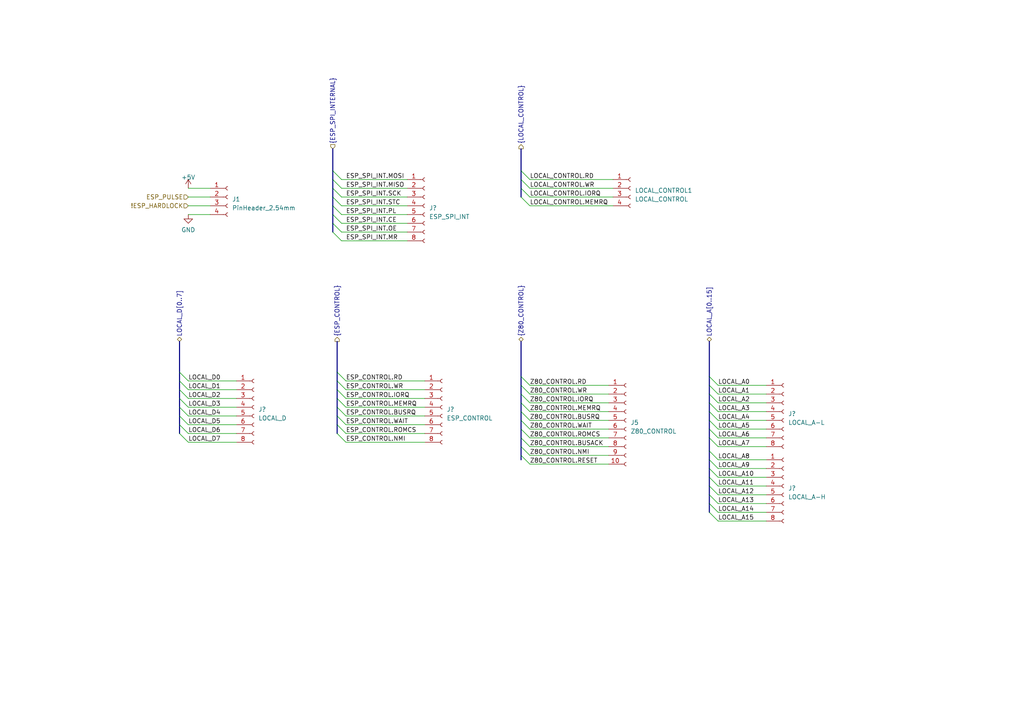
<source format=kicad_sch>
(kicad_sch (version 20230121) (generator eeschema)
  (paper "A4")
  (lib_symbols
    (symbol "Connector:Conn_01x04_Socket" (pin_names (offset 1.016) hide)
      (property "Reference" "J" (at 0 5.08 0))
      (property "Value" "Conn_01x04_Socket" (at 0 -7.62 0))
      (symbol "Conn_01x04_Socket_1_1"
        (arc (start 0 -4.572) (mid -0.5058 -5.08) (end 0 -5.588) (stroke (width 0.1524)))
        (arc (start 0 -2.032) (mid -0.5058 -2.54) (end 0 -3.048) (stroke (width 0.1524)))
        (polyline (pts (xy -1.27 -5.08) (xy -0.508 -5.08)) (stroke (width 0.1524)))
        (polyline (pts (xy -1.27 -2.54) (xy -0.508 -2.54)) (stroke (width 0.1524)))
        (polyline (pts (xy -1.27 0) (xy -0.508 0)) (stroke (width 0.1524)))
        (polyline (pts (xy -1.27 2.54) (xy -0.508 2.54)) (stroke (width 0.1524)))
        (arc (start 0 0.508) (mid -0.5058 0) (end 0 -0.508) (stroke (width 0.1524)))
        (arc (start 0 3.048) (mid -0.5058 2.54) (end 0 2.032) (stroke (width 0.1524)))
        (pin passive line (at -5.08 2.54 0) (length 3.81) (name "Pin_1") (number "1"))
        (pin passive line (at -5.08 0 0) (length 3.81) (name "Pin_2") (number "2"))
        (pin passive line (at -5.08 -2.54 0) (length 3.81) (name "Pin_3") (number "3"))
        (pin passive line (at -5.08 -5.08 0) (length 3.81) (name "Pin_4") (number "4"))
      )
    )
    (symbol "Connector:Conn_01x08_Socket" (pin_names (offset 1.016) hide)
      (property "Reference" "J" (at 0 10.16 0))
      (property "Value" "Conn_01x08_Socket" (at 0 -12.7 0))
      (symbol "Conn_01x08_Socket_1_1"
        (arc (start 0 -9.652) (mid -0.5058 -10.16) (end 0 -10.668) (stroke (width 0.1524)))
        (arc (start 0 -7.112) (mid -0.5058 -7.62) (end 0 -8.128) (stroke (width 0.1524)))
        (arc (start 0 -4.572) (mid -0.5058 -5.08) (end 0 -5.588) (stroke (width 0.1524)))
        (arc (start 0 -2.032) (mid -0.5058 -2.54) (end 0 -3.048) (stroke (width 0.1524)))
        (polyline (pts (xy -1.27 -10.16) (xy -0.508 -10.16)) (stroke (width 0.1524)))
        (polyline (pts (xy -1.27 -7.62) (xy -0.508 -7.62)) (stroke (width 0.1524)))
        (polyline (pts (xy -1.27 -5.08) (xy -0.508 -5.08)) (stroke (width 0.1524)))
        (polyline (pts (xy -1.27 -2.54) (xy -0.508 -2.54)) (stroke (width 0.1524)))
        (polyline (pts (xy -1.27 0) (xy -0.508 0)) (stroke (width 0.1524)))
        (polyline (pts (xy -1.27 2.54) (xy -0.508 2.54)) (stroke (width 0.1524)))
        (polyline (pts (xy -1.27 5.08) (xy -0.508 5.08)) (stroke (width 0.1524)))
        (polyline (pts (xy -1.27 7.62) (xy -0.508 7.62)) (stroke (width 0.1524)))
        (arc (start 0 0.508) (mid -0.5058 0) (end 0 -0.508) (stroke (width 0.1524)))
        (arc (start 0 3.048) (mid -0.5058 2.54) (end 0 2.032) (stroke (width 0.1524)))
        (arc (start 0 5.588) (mid -0.5058 5.08) (end 0 4.572) (stroke (width 0.1524)))
        (arc (start 0 8.128) (mid -0.5058 7.62) (end 0 7.112) (stroke (width 0.1524)))
        (pin passive line (at -5.08 7.62 0) (length 3.81) (name "Pin_1") (number "1"))
        (pin passive line (at -5.08 5.08 0) (length 3.81) (name "Pin_2") (number "2"))
        (pin passive line (at -5.08 2.54 0) (length 3.81) (name "Pin_3") (number "3"))
        (pin passive line (at -5.08 0 0) (length 3.81) (name "Pin_4") (number "4"))
        (pin passive line (at -5.08 -2.54 0) (length 3.81) (name "Pin_5") (number "5"))
        (pin passive line (at -5.08 -5.08 0) (length 3.81) (name "Pin_6") (number "6"))
        (pin passive line (at -5.08 -7.62 0) (length 3.81) (name "Pin_7") (number "7"))
        (pin passive line (at -5.08 -10.16 0) (length 3.81) (name "Pin_8") (number "8"))
      )
    )
    (symbol "Connector:Conn_01x10_Socket" (pin_names (offset 1.016) hide)
      (property "Reference" "J" (at 0 12.7 0))
      (property "Value" "Conn_01x10_Socket" (at 0 -15.24 0))
      (symbol "Conn_01x10_Socket_1_1"
        (arc (start 0 -12.192) (mid -0.5058 -12.7) (end 0 -13.208) (stroke (width 0.1524)))
        (arc (start 0 -9.652) (mid -0.5058 -10.16) (end 0 -10.668) (stroke (width 0.1524)))
        (arc (start 0 -7.112) (mid -0.5058 -7.62) (end 0 -8.128) (stroke (width 0.1524)))
        (arc (start 0 -4.572) (mid -0.5058 -5.08) (end 0 -5.588) (stroke (width 0.1524)))
        (arc (start 0 -2.032) (mid -0.5058 -2.54) (end 0 -3.048) (stroke (width 0.1524)))
        (polyline (pts (xy -1.27 -12.7) (xy -0.508 -12.7)) (stroke (width 0.1524)))
        (polyline (pts (xy -1.27 -10.16) (xy -0.508 -10.16)) (stroke (width 0.1524)))
        (polyline (pts (xy -1.27 -7.62) (xy -0.508 -7.62)) (stroke (width 0.1524)))
        (polyline (pts (xy -1.27 -5.08) (xy -0.508 -5.08)) (stroke (width 0.1524)))
        (polyline (pts (xy -1.27 -2.54) (xy -0.508 -2.54)) (stroke (width 0.1524)))
        (polyline (pts (xy -1.27 0) (xy -0.508 0)) (stroke (width 0.1524)))
        (polyline (pts (xy -1.27 2.54) (xy -0.508 2.54)) (stroke (width 0.1524)))
        (polyline (pts (xy -1.27 5.08) (xy -0.508 5.08)) (stroke (width 0.1524)))
        (polyline (pts (xy -1.27 7.62) (xy -0.508 7.62)) (stroke (width 0.1524)))
        (polyline (pts (xy -1.27 10.16) (xy -0.508 10.16)) (stroke (width 0.1524)))
        (arc (start 0 0.508) (mid -0.5058 0) (end 0 -0.508) (stroke (width 0.1524)))
        (arc (start 0 3.048) (mid -0.5058 2.54) (end 0 2.032) (stroke (width 0.1524)))
        (arc (start 0 5.588) (mid -0.5058 5.08) (end 0 4.572) (stroke (width 0.1524)))
        (arc (start 0 8.128) (mid -0.5058 7.62) (end 0 7.112) (stroke (width 0.1524)))
        (arc (start 0 10.668) (mid -0.5058 10.16) (end 0 9.652) (stroke (width 0.1524)))
        (pin passive line (at -5.08 10.16 0) (length 3.81) (name "Pin_1") (number "1"))
        (pin passive line (at -5.08 -12.7 0) (length 3.81) (name "Pin_10") (number "10"))
        (pin passive line (at -5.08 7.62 0) (length 3.81) (name "Pin_2") (number "2"))
        (pin passive line (at -5.08 5.08 0) (length 3.81) (name "Pin_3") (number "3"))
        (pin passive line (at -5.08 2.54 0) (length 3.81) (name "Pin_4") (number "4"))
        (pin passive line (at -5.08 0 0) (length 3.81) (name "Pin_5") (number "5"))
        (pin passive line (at -5.08 -2.54 0) (length 3.81) (name "Pin_6") (number "6"))
        (pin passive line (at -5.08 -5.08 0) (length 3.81) (name "Pin_7") (number "7"))
        (pin passive line (at -5.08 -7.62 0) (length 3.81) (name "Pin_8") (number "8"))
        (pin passive line (at -5.08 -10.16 0) (length 3.81) (name "Pin_9") (number "9"))
      )
    )
    (symbol "power:+5V" (power) (pin_names (offset 0))
      (property "Value" "+5V" (at 0 3.556 0))
      (symbol "+5V_0_1"
        (polyline (pts (xy -0.762 1.27) (xy 0 2.54)))
        (polyline (pts (xy 0 0) (xy 0 2.54)))
        (polyline (pts (xy 0 2.54) (xy 0.762 1.27)))
      )
      (symbol "+5V_1_1"
        (pin power_in line (at 0 0 90) (length 0) hide (name "+5V") (number "1"))
      )
    )
    (symbol "power:GND" (power) (pin_names (offset 0))
      (property "Value" "GND" (at 0 -3.81 0))
      (symbol "GND_0_1"
        (polyline (pts (xy 0 0) (xy 0 -1.27) (xy 1.27 -1.27) (xy 0 -2.54) (xy -1.27 -1.27) (xy 0 -1.27)))
      )
      (symbol "GND_1_1"
        (pin power_in line (at 0 0 270) (length 0) hide (name "GND") (number "1"))
      )
    )
  )
  (bus_entry (at 205.74 143.51) (size 2.54 2.54))
  (bus_entry (at 52.07 110.49) (size 2.54 2.54))
  (bus_entry (at 96.52 59.69) (size 2.54 2.54))
  (bus_entry (at 97.79 118.11) (size 2.54 2.54))
  (bus_entry (at 151.13 129.54) (size 2.54 2.54))
  (bus_entry (at 52.07 107.95) (size 2.54 2.54))
  (bus_entry (at 97.79 113.03) (size 2.54 2.54))
  (bus_entry (at 151.13 127) (size 2.54 2.54))
  (bus_entry (at 96.52 52.07) (size 2.54 2.54))
  (bus_entry (at 205.74 121.92) (size 2.54 2.54))
  (bus_entry (at 97.79 115.57) (size 2.54 2.54))
  (bus_entry (at 205.74 114.3) (size 2.54 2.54))
  (bus_entry (at 96.52 62.23) (size 2.54 2.54))
  (bus_entry (at 151.13 57.15) (size 2.54 2.54))
  (bus_entry (at 52.07 118.11) (size 2.54 2.54))
  (bus_entry (at 151.13 116.84) (size 2.54 2.54))
  (bus_entry (at 151.13 124.46) (size 2.54 2.54))
  (bus_entry (at 96.52 49.53) (size 2.54 2.54))
  (bus_entry (at 205.74 146.05) (size 2.54 2.54))
  (bus_entry (at 151.13 54.61) (size 2.54 2.54))
  (bus_entry (at 52.07 123.19) (size 2.54 2.54))
  (bus_entry (at 52.07 125.73) (size 2.54 2.54))
  (bus_entry (at 97.79 107.95) (size 2.54 2.54))
  (bus_entry (at 205.74 124.46) (size 2.54 2.54))
  (bus_entry (at 205.74 130.81) (size 2.54 2.54))
  (bus_entry (at 205.74 116.84) (size 2.54 2.54))
  (bus_entry (at 205.74 119.38) (size 2.54 2.54))
  (bus_entry (at 96.52 57.15) (size 2.54 2.54))
  (bus_entry (at 96.52 64.77) (size 2.54 2.54))
  (bus_entry (at 151.13 111.76) (size 2.54 2.54))
  (bus_entry (at 151.13 109.22) (size 2.54 2.54))
  (bus_entry (at 52.07 115.57) (size 2.54 2.54))
  (bus_entry (at 151.13 52.07) (size 2.54 2.54))
  (bus_entry (at 96.52 67.31) (size 2.54 2.54))
  (bus_entry (at 52.07 113.03) (size 2.54 2.54))
  (bus_entry (at 151.13 121.92) (size 2.54 2.54))
  (bus_entry (at 151.13 49.53) (size 2.54 2.54))
  (bus_entry (at 205.74 148.59) (size 2.54 2.54))
  (bus_entry (at 52.07 120.65) (size 2.54 2.54))
  (bus_entry (at 205.74 135.89) (size 2.54 2.54))
  (bus_entry (at 205.74 140.97) (size 2.54 2.54))
  (bus_entry (at 151.13 132.08) (size 2.54 2.54))
  (bus_entry (at 97.79 120.65) (size 2.54 2.54))
  (bus_entry (at 96.52 54.61) (size 2.54 2.54))
  (bus_entry (at 205.74 127) (size 2.54 2.54))
  (bus_entry (at 97.79 110.49) (size 2.54 2.54))
  (bus_entry (at 205.74 109.22) (size 2.54 2.54))
  (bus_entry (at 205.74 111.76) (size 2.54 2.54))
  (bus_entry (at 205.74 133.35) (size 2.54 2.54))
  (bus_entry (at 151.13 114.3) (size 2.54 2.54))
  (bus_entry (at 97.79 123.19) (size 2.54 2.54))
  (bus_entry (at 97.79 125.73) (size 2.54 2.54))
  (bus_entry (at 151.13 119.38) (size 2.54 2.54))
  (bus_entry (at 205.74 138.43) (size 2.54 2.54))
  (bus (pts (xy 151.13 49.53) (xy 151.13 52.07)))
  (wire (pts (xy 153.67 119.38) (xy 176.53 119.38)))
  (bus (pts (xy 97.79 120.65) (xy 97.79 123.19)))
  (wire (pts (xy 222.25 135.89) (xy 208.28 135.89)))
  (bus (pts (xy 151.13 52.07) (xy 151.13 54.61)))
  (bus (pts (xy 151.13 114.3) (xy 151.13 111.76)))
  (bus (pts (xy 205.74 140.97) (xy 205.74 143.51)))
  (wire (pts (xy 176.53 129.54) (xy 153.67 129.54)))
  (bus (pts (xy 96.52 62.23) (xy 96.52 64.77)))
  (wire (pts (xy 222.25 138.43) (xy 208.28 138.43)))
  (bus (pts (xy 151.13 127) (xy 151.13 129.54)))
  (bus (pts (xy 97.79 110.49) (xy 97.79 113.03)))
  (bus (pts (xy 205.74 111.76) (xy 205.74 114.3)))
  (wire (pts (xy 99.06 52.07) (xy 118.11 52.07)))
  (wire (pts (xy 176.53 132.08) (xy 153.67 132.08)))
  (bus (pts (xy 205.74 109.22) (xy 205.74 111.76)))
  (bus (pts (xy 205.74 116.84) (xy 205.74 119.38)))
  (wire (pts (xy 99.06 64.77) (xy 118.11 64.77)))
  (bus (pts (xy 52.07 99.06) (xy 52.07 107.95)))
  (bus (pts (xy 52.07 110.49) (xy 52.07 113.03)))
  (bus (pts (xy 96.52 57.15) (xy 96.52 59.69)))
  (wire (pts (xy 222.25 119.38) (xy 208.28 119.38)))
  (bus (pts (xy 151.13 121.92) (xy 151.13 119.38)))
  (wire (pts (xy 100.33 118.11) (xy 123.19 118.11)))
  (bus (pts (xy 205.74 133.35) (xy 205.74 135.89)))
  (bus (pts (xy 96.52 54.61) (xy 96.52 57.15)))
  (wire (pts (xy 222.25 143.51) (xy 208.28 143.51)))
  (bus (pts (xy 52.07 118.11) (xy 52.07 120.65)))
  (wire (pts (xy 68.58 123.19) (xy 54.61 123.19)))
  (bus (pts (xy 151.13 121.92) (xy 151.13 124.46)))
  (bus (pts (xy 151.13 43.18) (xy 151.13 49.53)))
  (wire (pts (xy 222.25 124.46) (xy 208.28 124.46)))
  (bus (pts (xy 151.13 109.22) (xy 151.13 99.06)))
  (bus (pts (xy 151.13 111.76) (xy 151.13 109.22)))
  (wire (pts (xy 222.25 133.35) (xy 208.28 133.35)))
  (wire (pts (xy 123.19 125.73) (xy 100.33 125.73)))
  (bus (pts (xy 97.79 123.19) (xy 97.79 125.73)))
  (bus (pts (xy 205.74 119.38) (xy 205.74 121.92)))
  (bus (pts (xy 205.74 127) (xy 205.74 130.81)))
  (bus (pts (xy 97.79 113.03) (xy 97.79 115.57)))
  (wire (pts (xy 100.33 113.03) (xy 123.19 113.03)))
  (wire (pts (xy 68.58 113.03) (xy 54.61 113.03)))
  (wire (pts (xy 100.33 120.65) (xy 123.19 120.65)))
  (wire (pts (xy 222.25 140.97) (xy 208.28 140.97)))
  (wire (pts (xy 54.61 59.69) (xy 60.96 59.69)))
  (wire (pts (xy 176.53 114.3) (xy 153.67 114.3)))
  (wire (pts (xy 54.61 54.61) (xy 60.96 54.61)))
  (wire (pts (xy 123.19 128.27) (xy 100.33 128.27)))
  (wire (pts (xy 222.25 114.3) (xy 208.28 114.3)))
  (bus (pts (xy 205.74 135.89) (xy 205.74 138.43)))
  (wire (pts (xy 68.58 115.57) (xy 54.61 115.57)))
  (bus (pts (xy 96.52 64.77) (xy 96.52 67.31)))
  (wire (pts (xy 68.58 120.65) (xy 54.61 120.65)))
  (wire (pts (xy 222.25 146.05) (xy 208.28 146.05)))
  (bus (pts (xy 205.74 130.81) (xy 205.74 133.35)))
  (bus (pts (xy 151.13 124.46) (xy 151.13 127)))
  (bus (pts (xy 205.74 121.92) (xy 205.74 124.46)))
  (bus (pts (xy 205.74 99.06) (xy 205.74 109.22)))
  (wire (pts (xy 222.25 129.54) (xy 208.28 129.54)))
  (wire (pts (xy 153.67 54.61) (xy 177.8 54.61)))
  (bus (pts (xy 205.74 143.51) (xy 205.74 146.05)))
  (bus (pts (xy 52.07 123.19) (xy 52.07 125.73)))
  (wire (pts (xy 153.67 57.15) (xy 177.8 57.15)))
  (wire (pts (xy 153.67 59.69) (xy 177.8 59.69)))
  (wire (pts (xy 68.58 110.49) (xy 54.61 110.49)))
  (wire (pts (xy 176.53 111.76) (xy 153.67 111.76)))
  (wire (pts (xy 222.25 121.92) (xy 208.28 121.92)))
  (bus (pts (xy 97.79 118.11) (xy 97.79 120.65)))
  (wire (pts (xy 153.67 127) (xy 176.53 127)))
  (bus (pts (xy 151.13 116.84) (xy 151.13 114.3)))
  (wire (pts (xy 99.06 67.31) (xy 118.11 67.31)))
  (bus (pts (xy 151.13 132.08) (xy 151.13 133.35)))
  (bus (pts (xy 96.52 49.53) (xy 96.52 52.07)))
  (wire (pts (xy 123.19 123.19) (xy 100.33 123.19)))
  (bus (pts (xy 151.13 54.61) (xy 151.13 57.15)))
  (wire (pts (xy 99.06 54.61) (xy 118.11 54.61)))
  (bus (pts (xy 96.52 43.18) (xy 96.52 49.53)))
  (wire (pts (xy 153.67 52.07) (xy 177.8 52.07)))
  (wire (pts (xy 222.25 151.13) (xy 208.28 151.13)))
  (wire (pts (xy 176.53 121.92) (xy 153.67 121.92)))
  (wire (pts (xy 176.53 124.46) (xy 153.67 124.46)))
  (bus (pts (xy 151.13 119.38) (xy 151.13 116.84)))
  (bus (pts (xy 205.74 124.46) (xy 205.74 127)))
  (bus (pts (xy 97.79 107.95) (xy 97.79 110.49)))
  (wire (pts (xy 100.33 115.57) (xy 123.19 115.57)))
  (wire (pts (xy 99.06 57.15) (xy 118.11 57.15)))
  (wire (pts (xy 222.25 116.84) (xy 208.28 116.84)))
  (bus (pts (xy 205.74 146.05) (xy 205.74 148.59)))
  (bus (pts (xy 151.13 129.54) (xy 151.13 132.08)))
  (bus (pts (xy 52.07 115.57) (xy 52.07 118.11)))
  (bus (pts (xy 97.79 99.06) (xy 97.79 107.95)))
  (bus (pts (xy 52.07 107.95) (xy 52.07 110.49)))
  (wire (pts (xy 153.67 134.62) (xy 176.53 134.62)))
  (wire (pts (xy 222.25 127) (xy 208.28 127)))
  (wire (pts (xy 54.61 62.23) (xy 60.96 62.23)))
  (wire (pts (xy 68.58 128.27) (xy 54.61 128.27)))
  (bus (pts (xy 52.07 120.65) (xy 52.07 123.19)))
  (wire (pts (xy 222.25 148.59) (xy 208.28 148.59)))
  (wire (pts (xy 54.61 57.15) (xy 60.96 57.15)))
  (wire (pts (xy 99.06 62.23) (xy 118.11 62.23)))
  (wire (pts (xy 68.58 125.73) (xy 54.61 125.73)))
  (bus (pts (xy 97.79 115.57) (xy 97.79 118.11)))
  (wire (pts (xy 100.33 110.49) (xy 123.19 110.49)))
  (wire (pts (xy 222.25 111.76) (xy 208.28 111.76)))
  (bus (pts (xy 96.52 52.07) (xy 96.52 54.61)))
  (wire (pts (xy 176.53 116.84) (xy 153.67 116.84)))
  (wire (pts (xy 99.06 69.85) (xy 118.11 69.85)))
  (bus (pts (xy 205.74 114.3) (xy 205.74 116.84)))
  (bus (pts (xy 205.74 138.43) (xy 205.74 140.97)))
  (bus (pts (xy 96.52 59.69) (xy 96.52 62.23)))
  (wire (pts (xy 99.06 59.69) (xy 118.11 59.69)))
  (bus (pts (xy 52.07 113.03) (xy 52.07 115.57)))
  (wire (pts (xy 68.58 118.11) (xy 54.61 118.11)))
  (label "ESP_SPI_INT.MR" (at 100.33 69.85 0))
  (label "LOCAL_A8" (at 208.28 133.35 0))
  (label "ESP_SPI_INT.MISO" (at 100.33 54.61 0))
  (label "LOCAL_D3" (at 54.61 118.11 0))
  (label "LOCAL_A11" (at 208.28 140.97 0))
  (label "LOCAL_A3" (at 208.28 119.38 0))
  (label "LOCAL_A10" (at 208.28 138.43 0))
  (label "Z80_CONTROL.RESET" (at 153.67 134.62 0))
  (label "Z80_CONTROL.WAIT" (at 153.67 124.46 0))
  (label "LOCAL_D0" (at 54.61 110.49 0))
  (label "LOCAL_A0" (at 208.28 111.76 0))
  (label "ESP_CONTROL.WAIT" (at 100.33 123.19 0))
  (label "Z80_CONTROL.ROMCS" (at 153.67 127 0))
  (label "ESP_SPI_INT.PL" (at 100.33 62.23 0))
  (label "ESP_SPI_INT.SCK" (at 100.33 57.15 0))
  (label "LOCAL_D1" (at 54.61 113.03 0))
  (label "ESP_CONTROL.NMI" (at 100.33 128.27 0))
  (label "ESP_SPI_INT.STC" (at 100.33 59.69 0))
  (label "LOCAL_A1" (at 208.28 114.3 0))
  (label "LOCAL_A2" (at 208.28 116.84 0))
  (label "LOCAL_A14" (at 208.28 148.59 0))
  (label "ESP_CONTROL.WR" (at 100.33 113.03 0))
  (label "ESP_SPI_INT.OE" (at 100.33 67.31 0))
  (label "Z80_CONTROL.BUSRQ" (at 153.67 121.92 0))
  (label "Z80_CONTROL.NMI" (at 153.67 132.08 0))
  (label "LOCAL_CONTROL.IORQ" (at 153.67 57.15 0))
  (label "Z80_CONTROL.MEMRQ" (at 153.67 119.38 0))
  (label "ESP_CONTROL.MEMRQ" (at 100.33 118.11 0))
  (label "ESP_CONTROL.IORQ" (at 100.33 115.57 0))
  (label "LOCAL_D4" (at 54.61 120.65 0))
  (label "LOCAL_A9" (at 208.28 135.89 0))
  (label "ESP_CONTROL.ROMCS" (at 100.33 125.73 0))
  (label "ESP_SPI_INT.MOSI" (at 100.33 52.07 0))
  (label "LOCAL_A4" (at 208.28 121.92 0))
  (label "LOCAL_D6" (at 54.61 125.73 0))
  (label "LOCAL_D2" (at 54.61 115.57 0))
  (label "Z80_CONTROL.BUSACK" (at 153.67 129.54 0))
  (label "LOCAL_A13" (at 208.28 146.05 0))
  (label "Z80_CONTROL.RD" (at 153.67 111.76 0))
  (label "LOCAL_D5" (at 54.61 123.19 0))
  (label "LOCAL_CONTROL.RD" (at 153.67 52.07 0))
  (label "LOCAL_CONTROL.MEMRQ" (at 153.67 59.69 0))
  (label "LOCAL_A6" (at 208.28 127 0))
  (label "ESP_CONTROL.RD" (at 100.33 110.49 0))
  (label "Z80_CONTROL.WR" (at 153.67 114.3 0))
  (label "Z80_CONTROL.IORQ" (at 153.67 116.84 0))
  (label "LOCAL_A7" (at 208.28 129.54 0))
  (label "LOCAL_D7" (at 54.61 128.27 0))
  (label "LOCAL_A5" (at 208.28 124.46 0))
  (label "LOCAL_A15" (at 208.28 151.13 0))
  (label "LOCAL_CONTROL.WR" (at 153.67 54.61 0))
  (label "ESP_CONTROL.BUSRQ" (at 100.33 120.65 0))
  (label "ESP_SPI_INT.CE" (at 100.33 64.77 0))
  (label "LOCAL_A12" (at 208.28 143.51 0))
  (hierarchical_label "{ESP_CONTROL}" (shape output) (at 97.79 99.06 90))
  (hierarchical_label "{LOCAL_CONTROL}" (shape output) (at 151.13 43.18 90))
  (hierarchical_label "!ESP_HARDLOCK" (shape input) (at 54.61 59.69 180))
  (hierarchical_label "ESP_PULSE" (shape input) (at 54.61 57.15 180))
  (hierarchical_label "LOCAL_A[0..15]" (shape bidirectional) (at 205.74 99.06 90))
  (hierarchical_label "{ESP_SPI_INTERNAL}" (shape input) (at 96.52 43.18 90))
  (hierarchical_label "LOCAL_D[0..7]" (shape bidirectional) (at 52.07 99.06 90))
  (hierarchical_label "{Z80_CONTROL}" (shape bidirectional) (at 151.13 99.06 90))
  (symbol (lib_id "power:+5V") (at 54.61 54.61 0) (unit 1)
    (property "Reference" "#PWR022" (effects hide))
    (property "Value" "+5V" (at 54.61 51.435 0))
  )
  (symbol (lib_id "Connector:Conn_01x04_Socket") (at 182.88 54.61 0) (unit 1)
    (property "Reference" "LOCAL_CONTROL1" (at 184.15 55.245 0) (effects (justify left)))
    (property "Value" "LOCAL_CONTROL" (at 184.15 57.785 0) (effects (justify left)))
    (property "Footprint" "Connector_PinHeader_2.54mm:PinHeader_1x04_P2.54mm_Vertical" (effects hide))
  )
  (symbol (lib_id "Connector:Conn_01x08_Socket") (at 73.66 118.11 0) (unit 1)
    (property "Reference" "J?" (at 74.93 118.745 0) (effects (justify left)))
    (property "Value" "LOCAL_D" (at 74.93 121.285 0) (effects (justify left)))
    (property "Footprint" "Connector_PinHeader_2.54mm:PinHeader_1x08_P2.54mm_Vertical" (effects hide))
    (instances (project "SPI-Z80-BUS_ZXspectrum" (path "" (reference "J?") (unit 1))) (project "FujiNet_Z80Bus_Basic" (path "" (reference "J?") (unit 1))) (project "ZXspectrum_Concept_v2.kicad_pro" (path "" (reference "J1") (unit 1)) (path "" (reference "J3") (unit 1))))
  )
  (symbol (lib_id "Connector:Conn_01x08_Socket") (at 128.27 118.11 0) (unit 1)
    (property "Reference" "J?" (at 129.54 118.745 0) (effects (justify left)))
    (property "Value" "ESP_CONTROL" (at 129.54 121.285 0) (effects (justify left)))
    (property "Footprint" "Connector_PinHeader_2.54mm:PinHeader_1x08_P2.54mm_Vertical" (effects hide))
    (instances (project "SPI-Z80-BUS_ZXspectrum" (path "" (reference "J?") (unit 1))) (project "FujiNet_Z80Bus_Basic" (path "" (reference "J?") (unit 1))) (project "ZXspectrum_Concept_v2.kicad_pro" (path "" (reference "J5") (unit 1)) (path "" (reference "J6") (unit 1))))
  )
  (symbol (lib_id "power:GND") (at 54.61 62.23 0) (unit 1)
    (property "Reference" "#PWR023" (effects hide))
    (property "Value" "GND" (at 54.61 66.675 0))
  )
  (symbol (lib_id "Connector:Conn_01x10_Socket") (at 181.61 121.92 0) (unit 1)
    (property "Reference" "J5" (at 182.88 122.555 0) (effects (justify left)))
    (property "Value" "Z80_CONTROL" (at 182.88 125.095 0) (effects (justify left)))
    (property "Footprint" "Connector_PinHeader_2.54mm:PinHeader_1x10_P2.54mm_Vertical" (effects hide))
  )
  (symbol (lib_id "Connector:Conn_01x04_Socket") (at 66.04 57.15 0) (unit 1)
    (property "Reference" "J1" (at 67.31 57.785 0) (effects (justify left)))
    (property "Value" "PinHeader_2.54mm" (at 67.31 60.325 0) (effects (justify left)))
    (property "Footprint" "Connector_PinHeader_2.54mm:PinHeader_1x04_P2.54mm_Vertical" (effects hide))
  )
  (symbol (lib_id "Connector:Conn_01x08_Socket") (at 227.33 119.38 0) (unit 1)
    (property "Reference" "J?" (at 228.6 120.015 0) (effects (justify left)))
    (property "Value" "LOCAL_A-L" (at 228.6 122.555 0) (effects (justify left)))
    (property "Footprint" "Connector_PinHeader_2.54mm:PinHeader_1x08_P2.54mm_Vertical" (effects hide))
    (instances (project "SPI-Z80-BUS_ZXspectrum" (path "" (reference "J?") (unit 1))) (project "FujiNet_Z80Bus_Basic" (path "" (reference "J?") (unit 1))) (project "ZXspectrum_Concept_v2.kicad_pro" (path "" (reference "J2") (unit 1)) (path "" (reference "J7") (unit 1))))
  )
  (symbol (lib_id "Connector:Conn_01x08_Socket") (at 227.33 140.97 0) (unit 1)
    (property "Reference" "J?" (at 228.6 141.605 0) (effects (justify left)))
    (property "Value" "LOCAL_A-H" (at 228.6 144.145 0) (effects (justify left)))
    (property "Footprint" "Connector_PinHeader_2.54mm:PinHeader_1x08_P2.54mm_Vertical" (effects hide))
    (instances (project "SPI-Z80-BUS_ZXspectrum" (path "" (reference "J?") (unit 1))) (project "FujiNet_Z80Bus_Basic" (path "" (reference "J?") (unit 1))) (project "ZXspectrum_Concept_v2.kicad_pro" (path "" (reference "J3") (unit 1)) (path "" (reference "J8") (unit 1))))
  )
  (symbol (lib_id "Connector:Conn_01x08_Socket") (at 123.19 59.69 0) (unit 1)
    (property "Reference" "J?" (at 124.46 60.325 0) (effects (justify left)))
    (property "Value" "ESP_SPI_INT" (at 124.46 62.865 0) (effects (justify left)))
    (property "Footprint" "Connector_PinHeader_2.54mm:PinHeader_1x08_P2.54mm_Vertical" (effects hide))
    (instances (project "SPI-Z80-BUS_ZXspectrum" (path "" (reference "J?") (unit 1))) (project "FujiNet_Z80Bus_Basic" (path "" (reference "J?") (unit 1))) (project "ZXspectrum_Concept_v2.kicad_pro" (path "" (reference "J5") (unit 1)) (path "" (reference "J4") (unit 1))))
  )
)
</source>
